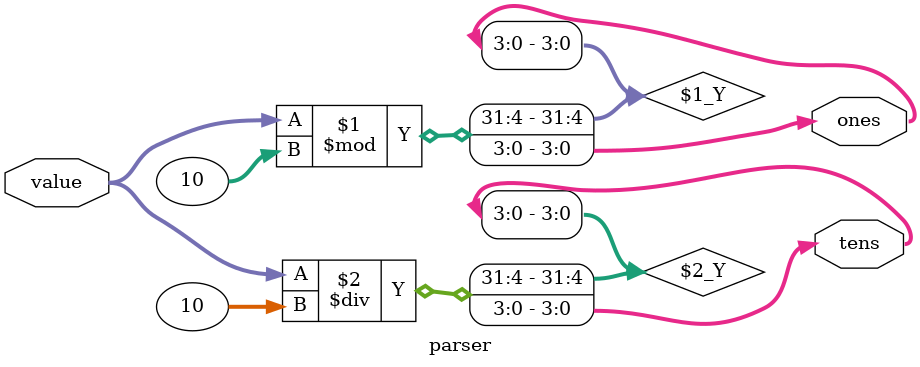
<source format=sv>
module parser #(parameter N = 24,parameter M = 4)
                   (input logic [N-1:0] value, 
                    output logic [M-1:0] ones, tens);
						  
  assign ones = (value % 10);
  assign tens = (value / 10);  
endmodule

</source>
